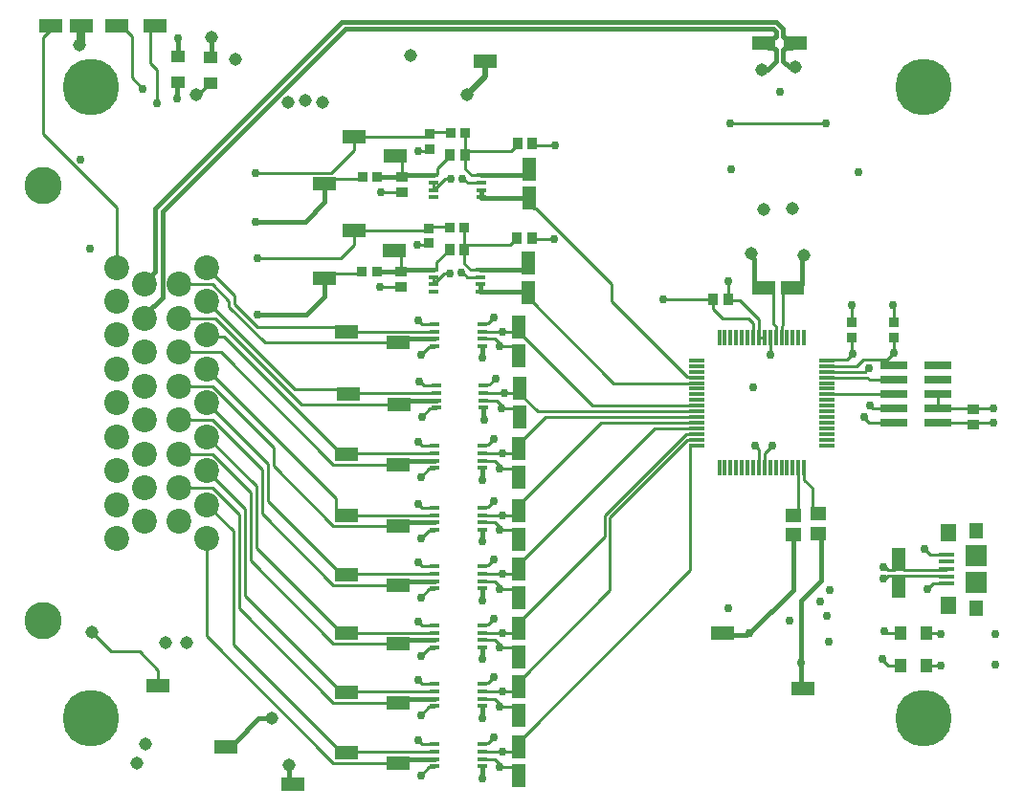
<source format=gtl>
G04*
G04 #@! TF.GenerationSoftware,Altium Limited,Altium Designer,19.0.12 (326)*
G04*
G04 Layer_Physical_Order=1*
G04 Layer_Color=255*
%FSLAX25Y25*%
%MOIN*%
G70*
G01*
G75*
%ADD15C,0.01000*%
%ADD16R,0.03543X0.03937*%
%ADD17R,0.08071X0.04528*%
%ADD18R,0.05118X0.04331*%
%ADD19R,0.04331X0.05118*%
%ADD20R,0.03937X0.03543*%
%ADD21R,0.03740X0.03347*%
%ADD22R,0.01181X0.05315*%
%ADD23R,0.05315X0.01181*%
%ADD24R,0.04528X0.08071*%
%ADD25R,0.05315X0.04528*%
%ADD26R,0.03500X0.01654*%
%ADD27R,0.07480X0.07480*%
%ADD28R,0.05118X0.05709*%
%ADD29R,0.05512X0.06299*%
%ADD30R,0.05315X0.01575*%
%ADD31R,0.03347X0.03740*%
%ADD54R,0.09449X0.02992*%
%ADD55C,0.01500*%
%ADD56C,0.02000*%
%ADD57C,0.03000*%
%ADD58C,0.19685*%
%ADD59C,0.08661*%
%ADD60C,0.12992*%
%ADD61C,0.03000*%
%ADD62C,0.04500*%
D15*
X121918Y232856D02*
X147202D01*
X337996Y133000D02*
X344500D01*
X337465Y132468D02*
X337996Y133000D01*
X337465Y137784D02*
X337760Y138079D01*
X344500D01*
X264686Y122469D02*
X267500Y125284D01*
X264686Y117409D02*
Y122469D01*
X262717Y117409D02*
Y123788D01*
X261510Y124996D02*
X262717Y123788D01*
X261510Y124996D02*
Y125193D01*
X204693Y139063D02*
X241064D01*
X182056Y176979D02*
X212099Y146937D01*
X182595Y209544D02*
X184359Y207780D01*
X210827Y74626D02*
Y100134D01*
X179000Y20027D02*
Y21799D01*
X238906Y81705D01*
Y125193D01*
X238997Y125284D01*
X241064D01*
X210827Y100134D02*
X237868Y127174D01*
X179000Y41027D02*
Y42799D01*
Y63299D02*
X209027Y93326D01*
Y100879D01*
X179000Y61527D02*
Y63299D01*
Y42799D02*
X210827Y74626D01*
X237868Y127174D02*
X240986D01*
X241064Y127252D01*
X209027Y100879D02*
X237291Y129142D01*
X240986D01*
X241064Y129220D01*
X226390Y131189D02*
X241064D01*
X179000Y83799D02*
X226390Y131189D01*
X173000Y80437D02*
X173469Y80906D01*
X207859Y133158D02*
X241064D01*
X179000Y82027D02*
Y83799D01*
Y102527D02*
Y104299D01*
X207859Y133158D01*
X173000Y100937D02*
X173469Y101406D01*
X179000Y125799D02*
X188327Y135126D01*
X173000Y122437D02*
X173469Y122906D01*
X188327Y135126D02*
X241064D01*
X179000Y124027D02*
Y125799D01*
X179500Y143256D02*
Y145027D01*
X185661Y137094D02*
X241064D01*
X179500Y143256D02*
X185661Y137094D01*
X179000Y164756D02*
Y166527D01*
Y164756D02*
X204693Y139063D01*
X182056Y176979D02*
Y178751D01*
X212099Y146937D02*
X241064D01*
X211426Y175425D02*
X237868Y148984D01*
X240986D01*
X211426Y175425D02*
Y181338D01*
X184359Y207780D02*
X184984D01*
X211426Y181338D01*
X240986Y148984D02*
X241064Y148906D01*
X182595Y209544D02*
Y211315D01*
X307359Y153996D02*
Y155287D01*
Y153996D02*
X308355Y153000D01*
X278465Y113252D02*
X281343Y110375D01*
Y103055D02*
Y110375D01*
Y103055D02*
X283106Y101291D01*
X283500D01*
X278465Y113252D02*
Y117409D01*
X274627Y100945D02*
X274733D01*
X276497Y102709D01*
Y117409D01*
X252666Y237516D02*
X286166D01*
X270591Y166842D02*
X270993Y167244D01*
Y178271D01*
X272757Y180035D01*
X274528D01*
X270591Y162685D02*
Y166842D01*
X267900Y167565D02*
X268623Y166842D01*
X267900Y167565D02*
Y178271D01*
X266136Y180035D02*
X267900Y178271D01*
X264365Y180035D02*
X266136D01*
X268623Y162685D02*
Y166842D01*
X53500Y41308D02*
Y46831D01*
X47000Y53331D02*
X53500Y46831D01*
X37169Y53331D02*
X47000D01*
X30500Y60000D02*
X37169Y53331D01*
X117335Y166421D02*
X119098Y164657D01*
X117327Y122157D02*
X119098D01*
X70496Y58622D02*
Y92756D01*
Y58622D02*
X114524Y14593D01*
X136907D01*
X137000Y14500D01*
X70496Y104567D02*
X79635Y95428D01*
X117327Y18157D02*
X119098D01*
X79635Y55849D02*
X117327Y18157D01*
X79635Y55849D02*
Y95428D01*
X60654Y110472D02*
X72271D01*
X81635Y68483D02*
Y101108D01*
Y68483D02*
X114524Y35593D01*
X136907D01*
X137000Y35500D01*
X72271Y110472D02*
X81635Y101108D01*
X83635Y72849D02*
Y103239D01*
X117327Y39157D02*
X119098D01*
X83635Y72849D02*
X117327Y39157D01*
X70496Y116378D02*
X83635Y103239D01*
X85635Y84983D02*
Y108919D01*
Y84983D02*
X114524Y56093D01*
X136907D01*
X60654Y122283D02*
X72271D01*
X70496Y128189D02*
X87635Y111050D01*
X119378Y59937D02*
X149809D01*
X119098Y59657D02*
X119378Y59937D01*
X136907Y56093D02*
X137000Y56000D01*
X72271Y122283D02*
X85635Y108919D01*
X87635Y89349D02*
Y111050D01*
X117327Y59657D02*
X119098D01*
X87635Y89349D02*
X117327Y59657D01*
X89635Y101483D02*
Y116730D01*
X72271Y134095D02*
X89635Y116730D01*
Y101483D02*
X114524Y76593D01*
X136907D01*
X137000Y76500D01*
X60654Y134095D02*
X72271D01*
X70496Y140000D02*
X91635Y118861D01*
Y105849D02*
X117327Y80157D01*
X91635Y105849D02*
Y118861D01*
X117327Y80157D02*
X119098D01*
X136907Y97093D02*
X137000Y97000D01*
X114524Y97093D02*
X136907D01*
X93635Y117983D02*
X114524Y97093D01*
X93635Y117983D02*
Y124541D01*
X72271Y145905D02*
X93635Y124541D01*
X60654Y145905D02*
X72271D01*
X115563Y102421D02*
Y106744D01*
X117327Y100657D02*
X119098D01*
X115563Y102421D02*
X117327Y100657D01*
X70496Y151811D02*
X115563Y106744D01*
X136907Y118593D02*
X137000Y118500D01*
X114524Y118593D02*
X136907D01*
X75401Y157717D02*
X114524Y118593D01*
X60654Y157717D02*
X75401D01*
X76327Y163157D02*
X117327Y122157D01*
X70961Y163157D02*
X76327D01*
X70496Y163622D02*
X70961Y163157D01*
X137407Y139593D02*
X137500Y139500D01*
X103507Y139593D02*
X137407D01*
X73573Y169528D02*
X103507Y139593D01*
X60654Y169528D02*
X73573D01*
X117835Y144921D02*
X119598Y143157D01*
X101008Y144921D02*
X117835D01*
X70496Y175433D02*
X101008Y144921D01*
X136907Y161093D02*
X137000Y161000D01*
X90610Y161093D02*
X136907D01*
X78229Y173474D02*
X90610Y161093D01*
X78229Y173474D02*
Y175380D01*
X72271Y181339D02*
X78229Y175380D01*
X60654Y181339D02*
X72271D01*
X70496Y187244D02*
X80229Y177511D01*
Y174303D02*
Y177511D01*
Y174303D02*
X88111Y166421D01*
X117335D01*
X124156Y218000D02*
X124777Y218621D01*
X113480Y218000D02*
X124156D01*
X113891Y220000D02*
X121918Y228027D01*
X111836Y216356D02*
X113480Y218000D01*
X87500Y220000D02*
X113891D01*
X117000Y190500D02*
X121671Y195171D01*
X88000Y190500D02*
X117000D01*
X149547Y214184D02*
Y216743D01*
X150550Y189029D02*
X154931Y193411D01*
X150550Y186773D02*
Y189029D01*
X154931Y193411D02*
Y193607D01*
X160395Y226562D02*
Y233963D01*
X160493Y226463D02*
Y226660D01*
X160395Y226562D02*
X160493Y226463D01*
X138336Y218621D02*
Y219302D01*
X131111Y213306D02*
X138336D01*
X184405Y229856D02*
X191769D01*
X183905Y230356D02*
X184405Y229856D01*
X178589Y230159D02*
Y230356D01*
X176362Y227932D02*
X178589Y230159D01*
X161765Y227932D02*
X176362D01*
X160493Y226660D02*
X161765Y227932D01*
X147396D02*
X147977Y228512D01*
X144132Y227932D02*
X147396D01*
X148751Y234404D02*
X154836D01*
X155277Y233963D01*
X147977Y233630D02*
X148751Y234404D01*
X147202Y232856D02*
X147977Y233630D01*
X155178Y226267D02*
Y226463D01*
X150797Y221885D02*
X155178Y226267D01*
X150797Y219629D02*
Y221885D01*
X150470Y219302D02*
X150797Y219629D01*
X149547Y219302D02*
X150470D01*
X153385Y218022D02*
X155277D01*
X162600Y219302D02*
X166125D01*
X160493Y221408D02*
X162600Y219302D01*
X160493Y221408D02*
Y226463D01*
X159900Y218215D02*
X161373Y216743D01*
X166125D01*
X136572Y226071D02*
X138336Y224307D01*
X136164Y226071D02*
X136572D01*
X138336Y219302D02*
Y224307D01*
X121918Y228027D02*
Y232856D01*
X150470Y219302D02*
X150797Y219629D01*
X159359Y218215D02*
X159900D01*
X184158Y197000D02*
X191522D01*
X183658Y197500D02*
X184158Y197000D01*
X178342Y197303D02*
Y197500D01*
X176115Y195076D02*
X178342Y197303D01*
X161518Y195076D02*
X176115D01*
X160246Y193804D02*
X161518Y195076D01*
X160246Y193607D02*
Y193804D01*
X150470Y219302D02*
X150797Y219629D01*
X149547Y214184D02*
X153385Y218022D01*
X111589Y183500D02*
X113353Y185264D01*
X124029D01*
X124530Y185765D01*
X121671Y195171D02*
Y200000D01*
X147730Y200774D02*
X148504Y201548D01*
X146955Y200000D02*
X147730Y200774D01*
X121671Y200000D02*
X146955D01*
X145586Y167496D02*
X149809D01*
X144145Y168936D02*
X145586Y167496D01*
X144000Y168936D02*
X144145D01*
X149482Y159492D02*
X149809Y159819D01*
X147732Y159492D02*
X149482D01*
X145000Y156759D02*
X147732Y159492D01*
X168379Y167815D02*
X170500Y169936D01*
X166707Y167815D02*
X168379D01*
X166388Y167496D02*
X166707Y167815D01*
X177486Y164937D02*
X178243Y165694D01*
X173469Y164937D02*
X177486D01*
X173000D02*
X173469D01*
X173000D02*
X173469Y165406D01*
X166388Y164937D02*
X173000D01*
X119378D02*
X149809D01*
X119098Y164657D02*
X119378Y164937D01*
X172551Y159705D02*
Y160696D01*
X170869Y162378D02*
X172551Y160696D01*
Y159705D02*
X177236D01*
X166388Y162378D02*
X170869D01*
X177236Y159705D02*
X179000Y157941D01*
X146086Y145996D02*
X150309D01*
X144645Y147436D02*
X146086Y145996D01*
X144500Y147436D02*
X144645D01*
X149982Y137992D02*
X150309Y138319D01*
X148232Y137992D02*
X149982D01*
X145500Y135259D02*
X148232Y137992D01*
X168879Y146315D02*
X171000Y148436D01*
X167207Y146315D02*
X168879D01*
X166888Y145996D02*
X167207Y146315D01*
X177986Y143437D02*
X178743Y144194D01*
X173969Y143437D02*
X177986D01*
X173500D02*
X173969D01*
X173500D02*
X173969Y143906D01*
X166888Y143437D02*
X173500D01*
X119878D02*
X150309D01*
X119598Y143157D02*
X119878Y143437D01*
X173051Y138205D02*
Y139196D01*
X171369Y140878D02*
X173051Y139196D01*
Y138205D02*
X177736D01*
X166888Y140878D02*
X171369D01*
X177736Y138205D02*
X179500Y136441D01*
X145586Y124996D02*
X149809D01*
X144145Y126436D02*
X145586Y124996D01*
X144000Y126436D02*
X144145D01*
X149482Y116992D02*
X149809Y117319D01*
X147732Y116992D02*
X149482D01*
X145000Y114259D02*
X147732Y116992D01*
X168379Y125315D02*
X170500Y127436D01*
X166707Y125315D02*
X168379D01*
X166388Y124996D02*
X166707Y125315D01*
X177486Y122437D02*
X178243Y123194D01*
X173469Y122437D02*
X177486D01*
X173000D02*
X173469D01*
X166388D02*
X173000D01*
X119378D02*
X149809D01*
X119098Y122157D02*
X119378Y122437D01*
X172551Y117205D02*
Y118196D01*
X170869Y119878D02*
X172551Y118196D01*
Y117205D02*
X177236D01*
X166388Y119878D02*
X170869D01*
X177236Y117205D02*
X179000Y115441D01*
X145586Y103496D02*
X149809D01*
X144145Y104936D02*
X145586Y103496D01*
X144000Y104936D02*
X144145D01*
X149482Y95492D02*
X149809Y95819D01*
X147732Y95492D02*
X149482D01*
X145000Y92759D02*
X147732Y95492D01*
X168379Y103815D02*
X170500Y105936D01*
X166707Y103815D02*
X168379D01*
X166388Y103496D02*
X166707Y103815D01*
X177486Y100937D02*
X178243Y101694D01*
X173469Y100937D02*
X177486D01*
X173000D02*
X173469D01*
X166388D02*
X173000D01*
X119378D02*
X149809D01*
X119098Y100657D02*
X119378Y100937D01*
X172551Y95705D02*
Y96696D01*
X170869Y98378D02*
X172551Y96696D01*
Y95705D02*
X177236D01*
X166388Y98378D02*
X170869D01*
X177236Y95705D02*
X179000Y93941D01*
X145586Y82996D02*
X149809D01*
X144145Y84436D02*
X145586Y82996D01*
X144000Y84436D02*
X144145D01*
X149482Y74992D02*
X149809Y75319D01*
X147732Y74992D02*
X149482D01*
X145000Y72259D02*
X147732Y74992D01*
X168379Y83315D02*
X170500Y85436D01*
X166707Y83315D02*
X168379D01*
X166388Y82996D02*
X166707Y83315D01*
X177486Y80437D02*
X178243Y81194D01*
X173469Y80437D02*
X177486D01*
X173000D02*
X173469D01*
X166388D02*
X173000D01*
X119378D02*
X149809D01*
X119098Y80157D02*
X119378Y80437D01*
X172551Y75205D02*
Y76196D01*
X170869Y77878D02*
X172551Y76196D01*
Y75205D02*
X177236D01*
X166388Y77878D02*
X170869D01*
X177236Y75205D02*
X179000Y73441D01*
X145586Y62496D02*
X149809D01*
X144145Y63936D02*
X145586Y62496D01*
X144000Y63936D02*
X144145D01*
X149482Y54492D02*
X149809Y54819D01*
X147732Y54492D02*
X149482D01*
X145000Y51759D02*
X147732Y54492D01*
X168379Y62815D02*
X170500Y64936D01*
X166707Y62815D02*
X168379D01*
X166388Y62496D02*
X166707Y62815D01*
X177486Y59937D02*
X178243Y60694D01*
X173469Y59937D02*
X177486D01*
X173000D02*
X173469D01*
X173000D02*
X173469Y60406D01*
X166388Y59937D02*
X173000D01*
X172551Y54705D02*
Y55696D01*
X170869Y57378D02*
X172551Y55696D01*
Y54705D02*
X177236D01*
X166388Y57378D02*
X170869D01*
X177236Y54705D02*
X179000Y52941D01*
X145586Y41996D02*
X149809D01*
X144145Y43436D02*
X145586Y41996D01*
X144000Y43436D02*
X144145D01*
X149482Y33992D02*
X149809Y34319D01*
X147732Y33992D02*
X149482D01*
X145000Y31259D02*
X147732Y33992D01*
X168379Y42315D02*
X170500Y44436D01*
X166707Y42315D02*
X168379D01*
X166388Y41996D02*
X166707Y42315D01*
X177486Y39437D02*
X178243Y40194D01*
X173469Y39437D02*
X177486D01*
X173000D02*
X173469D01*
X173000D02*
X173469Y39906D01*
X166388Y39437D02*
X173000D01*
X119378D02*
X149809D01*
X119098Y39157D02*
X119378Y39437D01*
X172551Y34205D02*
Y35196D01*
X170869Y36878D02*
X172551Y35196D01*
Y34205D02*
X177236D01*
X166388Y36878D02*
X170869D01*
X177236Y34205D02*
X179000Y32441D01*
X66791Y247500D02*
X67392D01*
X71365Y251472D01*
X71759D01*
X53000Y244500D02*
Y256192D01*
X50608Y258585D02*
X53000Y256192D01*
X50608Y258585D02*
Y269840D01*
X52268Y271500D01*
X13409Y267616D02*
X17294Y271500D01*
X13409Y233648D02*
Y267616D01*
Y233648D02*
X39000Y208058D01*
X40772Y271500D02*
X44394Y267878D01*
Y253339D02*
Y267878D01*
Y253339D02*
X48232Y249500D01*
X39000Y271500D02*
X40772D01*
X16000Y271500D02*
X17294D01*
X39000Y187244D02*
Y208058D01*
X322519Y87217D02*
X327969D01*
X320500Y89236D02*
X322519Y87217D01*
X325000Y138000D02*
Y143000D01*
Y138000D02*
X337248D01*
X337465Y137784D01*
X150470Y219302D02*
X150797Y219629D01*
X149300Y181328D02*
X153138Y185167D01*
X130864Y180450D02*
X138089D01*
X159112Y185359D02*
X159654D01*
X161126Y183887D01*
X165878D01*
X150223Y186446D02*
X150550Y186773D01*
X149300Y186446D02*
X150223D01*
X138089Y185765D02*
Y186446D01*
Y191452D01*
X153138Y185167D02*
X155030D01*
X119098Y18157D02*
X119378Y18437D01*
X149809D01*
X147149Y195076D02*
X147730Y195656D01*
X143885Y195076D02*
X147149D01*
X135917Y193215D02*
X136325D01*
X138089Y191452D01*
X148504Y201548D02*
X154589D01*
X155030Y201107D01*
X229500Y175997D02*
X246569D01*
X246607Y176035D01*
X251922D02*
Y182397D01*
X173000Y18437D02*
X173469Y18906D01*
X305606Y50541D02*
X307848Y48299D01*
X305606Y50541D02*
Y50791D01*
X307848Y48299D02*
X312000D01*
X306500Y60523D02*
Y60602D01*
Y60523D02*
X307324Y59699D01*
X312000D01*
X321055D02*
X325851D01*
X326000Y59551D01*
X321055Y48299D02*
X321333Y48577D01*
X326000D01*
X313850Y81802D02*
X321837D01*
X313850Y79802D02*
X322665D01*
X322682Y79819D02*
X324682D01*
X322665Y79802D02*
X322682Y79819D01*
X321853Y81819D02*
X324682D01*
X321837Y81802D02*
X321853Y81819D01*
X327697Y81827D02*
X327969Y82098D01*
X324690Y81827D02*
X327697D01*
X324682Y81819D02*
X324690Y81827D01*
X327697Y79811D02*
X327969Y79539D01*
X324690Y79811D02*
X327697D01*
X324682Y79819D02*
X324690Y79811D01*
X177486Y18437D02*
X178243Y19194D01*
X173469Y18437D02*
X177486D01*
X173000D02*
X173469D01*
X166388D02*
X173000D01*
X308355Y153000D02*
X312874D01*
X307359Y155287D02*
X309646Y157574D01*
X246607Y172892D02*
Y176035D01*
Y172892D02*
X250165Y169335D01*
X259165D01*
X260749Y167751D01*
Y162685D02*
Y167751D01*
X252122Y175835D02*
X255965D01*
X251922Y176035D02*
X252122Y175835D01*
X255965D02*
X262717Y169082D01*
Y162685D02*
Y169082D01*
Y162685D02*
X264686D01*
X336933Y133000D02*
X337465Y132468D01*
X325000Y133000D02*
X336933D01*
X309465Y174083D02*
X309646Y173902D01*
Y168047D02*
Y173902D01*
X295151Y174083D02*
X295151Y174083D01*
Y168047D02*
Y174083D01*
X286339Y154842D02*
X287873D01*
X309646Y157574D02*
Y162929D01*
X295151Y157219D02*
X295323Y157047D01*
X295151Y157219D02*
Y162929D01*
X168379Y21315D02*
X170500Y23436D01*
X166707Y21315D02*
X168379D01*
X166388Y20996D02*
X166707Y21315D01*
X149482Y12992D02*
X149809Y13319D01*
X147732Y12992D02*
X149482D01*
X145000Y10259D02*
X147732Y12992D01*
X145586Y20996D02*
X149809D01*
X144145Y22436D02*
X145586Y20996D01*
X144000Y22436D02*
X144145D01*
X172551Y13205D02*
Y14196D01*
X170869Y15878D02*
X172551Y14196D01*
Y13205D02*
X177236D01*
X166388Y15878D02*
X170869D01*
X177236Y13205D02*
X179000Y11441D01*
X321500Y75040D02*
X323441Y76980D01*
X327969D01*
X266654Y156878D02*
Y162685D01*
X286339Y150874D02*
X286371Y150906D01*
X286339Y148906D02*
X300465D01*
X301370Y148000D01*
X288497Y152905D02*
X296729D01*
X288434Y152842D02*
X288497Y152905D01*
X287873Y154842D02*
X288031Y155000D01*
X286339Y152842D02*
X288434D01*
X288031Y155000D02*
X293276D01*
X296729Y152905D02*
X299111Y155287D01*
X293276Y155000D02*
X295323Y157047D01*
X286371Y150906D02*
X299611D01*
X300753Y152047D01*
X301197D01*
X299111Y155287D02*
X307359D01*
X301370Y139047D02*
X301465D01*
X302512Y138000D01*
X309646D01*
X299323Y134874D02*
Y135047D01*
Y134874D02*
X301197Y133000D01*
X309646D01*
X286339Y143000D02*
X309646D01*
X301370Y148000D02*
X309646D01*
X160148Y193706D02*
X160246Y193607D01*
X160148Y193706D02*
Y201107D01*
X149300Y181328D02*
Y183887D01*
X162353Y186446D02*
X165878D01*
X160246Y188552D02*
X162353Y186446D01*
X160246Y188552D02*
Y193607D01*
X313264Y81840D02*
X313812D01*
X311500Y83604D02*
X313264Y81840D01*
X311500Y83604D02*
Y85376D01*
X309736Y81840D02*
X311500Y83604D01*
X313812Y81840D02*
X313850Y81802D01*
X309188Y81840D02*
X309736D01*
X306147Y82802D02*
X306688D01*
X307688Y81802D02*
X309150D01*
X306688Y82802D02*
X307688Y81802D01*
X309150D02*
X309188Y81840D01*
X313812Y79764D02*
X313850Y79802D01*
X313264Y79764D02*
X313812D01*
X311500Y78001D02*
X313264Y79764D01*
X309736D02*
X311500Y78001D01*
Y76229D02*
Y78001D01*
X309150Y79802D02*
X309188Y79764D01*
X307688Y79802D02*
X309150D01*
X309188Y79764D02*
X309736D01*
X306688Y78802D02*
X307688Y79802D01*
X306147Y78802D02*
X306688D01*
D16*
X246607Y176035D02*
D03*
X251922D02*
D03*
X154931Y193607D02*
D03*
X160246D02*
D03*
X178342Y197500D02*
D03*
X183658D02*
D03*
X178589Y230356D02*
D03*
X183905D02*
D03*
X155178Y226463D02*
D03*
X160493D02*
D03*
D17*
X274528Y180035D02*
D03*
X264365D02*
D03*
X26807Y271500D02*
D03*
X264463Y265443D02*
D03*
X275500D02*
D03*
X77000Y20134D02*
D03*
X53500Y41308D02*
D03*
X167500Y259138D02*
D03*
X100500Y7110D02*
D03*
X278000Y40500D02*
D03*
X250244Y59823D02*
D03*
X137000Y14500D02*
D03*
X119098Y18157D02*
D03*
X137000Y35500D02*
D03*
X119098Y39157D02*
D03*
X137000Y97000D02*
D03*
X119098Y100657D02*
D03*
X137000Y118500D02*
D03*
X119098Y122157D02*
D03*
X137000Y76500D02*
D03*
X119098Y80157D02*
D03*
X137000Y56000D02*
D03*
X119098Y59657D02*
D03*
X137500Y139500D02*
D03*
X119598Y143157D02*
D03*
X137000Y161000D02*
D03*
X119098Y164657D02*
D03*
X135917Y193215D02*
D03*
X136164Y226071D02*
D03*
X121671Y200000D02*
D03*
X121918Y232856D02*
D03*
X111317Y183500D02*
D03*
X111564Y216356D02*
D03*
X52268Y271500D02*
D03*
X16000D02*
D03*
X39000Y271500D02*
D03*
D18*
X71759Y260528D02*
D03*
Y251472D02*
D03*
X60358Y260720D02*
D03*
Y251665D02*
D03*
D19*
X321055Y59937D02*
D03*
X312000D02*
D03*
Y48299D02*
D03*
X321055D02*
D03*
D20*
X337465Y137784D02*
D03*
Y132468D02*
D03*
X138089Y180450D02*
D03*
Y185765D02*
D03*
X138336Y213306D02*
D03*
Y218621D02*
D03*
D21*
X309646Y168047D02*
D03*
Y162929D02*
D03*
X295151Y168047D02*
D03*
Y162929D02*
D03*
X147730Y200774D02*
D03*
Y195656D02*
D03*
X147977Y233630D02*
D03*
Y228512D02*
D03*
D22*
X278465Y162685D02*
D03*
X276497D02*
D03*
X274528D02*
D03*
X272560D02*
D03*
X270591D02*
D03*
X268623D02*
D03*
X266654D02*
D03*
X264686D02*
D03*
X262717D02*
D03*
X260749D02*
D03*
X258780D02*
D03*
X256812D02*
D03*
X254843D02*
D03*
X252875D02*
D03*
X250906D02*
D03*
X248938D02*
D03*
Y117409D02*
D03*
X250906D02*
D03*
X252875D02*
D03*
X254843D02*
D03*
X256812D02*
D03*
X258780D02*
D03*
X260749D02*
D03*
X262717D02*
D03*
X264686D02*
D03*
X266654D02*
D03*
X268623D02*
D03*
X270591D02*
D03*
X272560D02*
D03*
X274528D02*
D03*
X276497D02*
D03*
X278465D02*
D03*
D23*
X241064Y154811D02*
D03*
Y152842D02*
D03*
Y150874D02*
D03*
Y148906D02*
D03*
Y146937D02*
D03*
Y144968D02*
D03*
Y143000D02*
D03*
Y141032D02*
D03*
Y139063D02*
D03*
Y137094D02*
D03*
Y135126D02*
D03*
Y133158D02*
D03*
Y131189D02*
D03*
Y129220D02*
D03*
Y127252D02*
D03*
Y125284D02*
D03*
X286339D02*
D03*
Y127252D02*
D03*
Y129220D02*
D03*
Y131189D02*
D03*
Y133158D02*
D03*
Y135126D02*
D03*
Y137094D02*
D03*
Y139063D02*
D03*
Y141032D02*
D03*
Y143000D02*
D03*
Y144968D02*
D03*
Y146937D02*
D03*
Y148906D02*
D03*
Y150874D02*
D03*
Y152842D02*
D03*
Y154811D02*
D03*
D24*
X311500Y76229D02*
D03*
Y85376D02*
D03*
X179000Y20027D02*
D03*
X179000Y10027D02*
D03*
X179000Y41027D02*
D03*
X179000Y31027D02*
D03*
X179000Y102527D02*
D03*
X179000Y92527D02*
D03*
X179000Y124027D02*
D03*
X179000Y114027D02*
D03*
X179000Y82027D02*
D03*
X179000Y72027D02*
D03*
X179000Y61527D02*
D03*
X179000Y51527D02*
D03*
X179500Y145027D02*
D03*
X179500Y135027D02*
D03*
X179000Y166527D02*
D03*
X179000Y156527D02*
D03*
X182500Y188718D02*
D03*
X182747Y221574D02*
D03*
X182348Y178460D02*
D03*
X182595Y211315D02*
D03*
D25*
X283500Y94402D02*
D03*
Y101291D02*
D03*
X274627Y94055D02*
D03*
Y100945D02*
D03*
D26*
X166388Y159819D02*
D03*
Y162378D02*
D03*
Y164937D02*
D03*
Y167496D02*
D03*
X149809Y159819D02*
D03*
Y162378D02*
D03*
Y164937D02*
D03*
Y167496D02*
D03*
X166888Y138319D02*
D03*
Y140878D02*
D03*
Y143437D02*
D03*
Y145996D02*
D03*
X150309Y138319D02*
D03*
Y140878D02*
D03*
Y143437D02*
D03*
Y145996D02*
D03*
X166388Y117319D02*
D03*
Y119878D02*
D03*
Y122437D02*
D03*
Y124996D02*
D03*
X149809Y117319D02*
D03*
Y119878D02*
D03*
Y122437D02*
D03*
Y124996D02*
D03*
X166388Y95819D02*
D03*
Y98378D02*
D03*
Y100937D02*
D03*
Y103496D02*
D03*
X149809Y95819D02*
D03*
Y98378D02*
D03*
Y100937D02*
D03*
Y103496D02*
D03*
X166388Y75319D02*
D03*
Y77878D02*
D03*
Y80437D02*
D03*
Y82996D02*
D03*
X149809Y75319D02*
D03*
Y77878D02*
D03*
Y80437D02*
D03*
Y82996D02*
D03*
X166388Y54819D02*
D03*
Y57378D02*
D03*
Y59937D02*
D03*
Y62496D02*
D03*
X149809Y54819D02*
D03*
Y57378D02*
D03*
Y59937D02*
D03*
Y62496D02*
D03*
X166388Y34319D02*
D03*
Y36878D02*
D03*
Y39437D02*
D03*
Y41996D02*
D03*
X149809Y34319D02*
D03*
Y36878D02*
D03*
Y39437D02*
D03*
Y41996D02*
D03*
Y20996D02*
D03*
Y18437D02*
D03*
Y15878D02*
D03*
Y13319D02*
D03*
X166388Y20996D02*
D03*
Y18437D02*
D03*
Y15878D02*
D03*
Y13319D02*
D03*
X165878Y178769D02*
D03*
Y181328D02*
D03*
Y183887D02*
D03*
Y186446D02*
D03*
X149300Y178769D02*
D03*
Y181328D02*
D03*
Y183887D02*
D03*
Y186446D02*
D03*
X166125Y211625D02*
D03*
Y214184D02*
D03*
Y216743D02*
D03*
Y219302D02*
D03*
X149547Y211625D02*
D03*
Y214184D02*
D03*
Y216743D02*
D03*
Y219302D02*
D03*
D27*
X338500Y86823D02*
D03*
Y77374D02*
D03*
D28*
Y95583D02*
D03*
Y68614D02*
D03*
D29*
X328854Y94697D02*
D03*
Y69500D02*
D03*
D30*
X327969Y87217D02*
D03*
Y84658D02*
D03*
Y79539D02*
D03*
Y76980D02*
D03*
Y82098D02*
D03*
D31*
X124530Y185765D02*
D03*
X129648D02*
D03*
X155030Y201107D02*
D03*
X160148D02*
D03*
X155277Y233963D02*
D03*
X160395D02*
D03*
X129895Y218621D02*
D03*
X124777D02*
D03*
D54*
X309646Y153000D02*
D03*
X325000D02*
D03*
X309646Y148000D02*
D03*
X325000D02*
D03*
X309646Y143000D02*
D03*
X325000D02*
D03*
X309646Y138000D02*
D03*
X325000D02*
D03*
X309646Y133000D02*
D03*
X325000D02*
D03*
D55*
X277500Y41000D02*
X278000Y40500D01*
X277500Y41000D02*
Y49500D01*
X251040Y59028D02*
X258500D01*
X250244Y59823D02*
X251040Y59028D01*
X274627Y74949D02*
Y94055D01*
X259500Y59822D02*
X274627Y74949D01*
X284350Y78001D02*
Y93551D01*
X283500Y94402D02*
X284350Y93551D01*
X277500Y71150D02*
X284350Y78001D01*
X277500Y49500D02*
Y71150D01*
X273276Y257000D02*
X275500D01*
X271232Y259045D02*
X273276Y257000D01*
X271232Y259045D02*
Y263051D01*
X272110Y263930D01*
X267853D02*
X268731Y263051D01*
Y259183D02*
Y263051D01*
X267853Y270336D02*
X268731Y269457D01*
X54973Y206718D02*
X118590Y270336D01*
X268731Y267836D02*
Y269457D01*
X265977Y266957D02*
X267853D01*
X264463Y265443D02*
X265977Y266957D01*
X265732Y256183D02*
X268731Y259183D01*
X263701Y256183D02*
X265732D01*
X272110Y266957D02*
X273986D01*
X275500Y265443D01*
X273986Y263930D02*
X275500Y265443D01*
X271232Y267836D02*
X272110Y266957D01*
X271232Y267836D02*
Y270493D01*
X272110Y263930D02*
X273986D01*
X268888Y272836D02*
X271232Y270493D01*
X117555Y272836D02*
X268888D01*
X52473Y207754D02*
X117555Y272836D01*
X52473Y185772D02*
Y207754D01*
X48842Y182142D02*
X52473Y185772D01*
X48842Y181339D02*
Y182142D01*
X267853Y266957D02*
X268731Y267836D01*
X118590Y270336D02*
X267853D01*
X264463Y265443D02*
X265977Y263930D01*
X267853D01*
X54973Y176905D02*
Y206718D01*
X48842Y170775D02*
X54973Y176905D01*
X48842Y169528D02*
Y170775D01*
X278465Y190558D02*
Y191370D01*
X277814Y189907D02*
X278465Y190558D01*
X277814Y181548D02*
Y189907D01*
X276300Y180035D02*
X277814Y181548D01*
X274528Y180035D02*
X276300D01*
X260000Y191188D02*
Y192000D01*
Y191188D02*
X261079Y190109D01*
Y181548D02*
Y190109D01*
Y181548D02*
X262593Y180035D01*
X264365D01*
X84393Y26105D02*
X88500Y30212D01*
X84393Y25755D02*
Y26105D01*
X78772Y20134D02*
X84393Y25755D01*
X77000Y20134D02*
X78772D01*
X88500Y30212D02*
X93000D01*
X99000Y8610D02*
X100500Y7110D01*
X99000Y8610D02*
Y13713D01*
X87500Y203107D02*
X104698D01*
X111564Y209974D01*
Y216356D01*
X88000Y170775D02*
X104974D01*
X111317Y177118D01*
Y183500D01*
X138336Y218621D02*
X139017Y219302D01*
X129895Y218621D02*
X138336D01*
X139017Y219302D02*
X149547D01*
X166125Y211625D02*
Y214131D01*
X182747Y220816D02*
Y221574D01*
X181233Y219302D02*
X182747Y220816D01*
X166125Y219302D02*
X181233D01*
X182303Y211607D02*
X182595Y211315D01*
X166143Y211607D02*
X182303D01*
X166125Y211625D02*
X166143Y211607D01*
X166125Y214131D02*
X166152Y214157D01*
X165896Y178751D02*
X182056D01*
X165878Y178769D02*
X165896Y178751D01*
X182500Y187960D02*
Y188718D01*
X180986Y186446D02*
X182500Y187960D01*
X165878Y186446D02*
X180986D01*
X166388Y155876D02*
X166551Y155712D01*
X166388Y155876D02*
Y159819D01*
X137083Y162378D02*
X149809D01*
X137000Y162295D02*
X137083Y162378D01*
X166888Y134376D02*
X167051Y134212D01*
X166888Y134376D02*
Y138319D01*
X137583Y140878D02*
X150309D01*
X137500Y140795D02*
X137583Y140878D01*
X166388Y113376D02*
X166551Y113212D01*
X166388Y113376D02*
Y117319D01*
X137083Y119878D02*
X149809D01*
X137000Y119795D02*
X137083Y119878D01*
X166388Y91876D02*
X166551Y91712D01*
X166388Y91876D02*
Y95819D01*
X137083Y98378D02*
X149809D01*
X137000Y98295D02*
X137083Y98378D01*
X166388Y71376D02*
X166551Y71212D01*
X166388Y71376D02*
Y75319D01*
X137083Y77878D02*
X149809D01*
X137000Y77795D02*
X137083Y77878D01*
X166388Y50876D02*
X166551Y50712D01*
X166388Y50876D02*
Y54819D01*
X137083Y57378D02*
X149809D01*
X137000Y57295D02*
X137083Y57378D01*
X166388Y30376D02*
X166551Y30212D01*
X166388Y30376D02*
Y34319D01*
X137083Y36878D02*
X149809D01*
X137000Y36795D02*
X137083Y36878D01*
X72000Y260769D02*
Y267500D01*
X71759Y260528D02*
X72000Y260769D01*
X60435Y260797D02*
Y267051D01*
X60358Y260720D02*
X60435Y260797D01*
X60031Y246193D02*
Y251183D01*
X60435Y251588D01*
X60358Y251665D02*
X60435Y251588D01*
X165878Y181275D02*
X165905Y181301D01*
X165878Y178769D02*
Y181275D01*
X166388Y9376D02*
X166551Y9212D01*
X166388Y9376D02*
Y13319D01*
X137083Y15878D02*
X149809D01*
X137000Y15795D02*
X137083Y15878D01*
X138089Y185765D02*
X138770Y186446D01*
X129648Y185765D02*
X138089D01*
X138770Y186446D02*
X149300D01*
D56*
X167500Y253734D02*
Y259138D01*
X161110Y247344D02*
X167500Y253734D01*
D57*
X26000Y264921D02*
X26287Y265208D01*
Y270980D01*
X26807Y271500D01*
X47759Y135178D02*
X48842Y134095D01*
X47759Y123367D02*
X48842Y122283D01*
X47759Y111556D02*
X48842Y110472D01*
D58*
X30000Y30000D02*
D03*
Y250000D02*
D03*
X320000Y30000D02*
D03*
Y250000D02*
D03*
D59*
X48842Y169528D02*
D03*
Y181339D02*
D03*
Y98661D02*
D03*
X60654D02*
D03*
X39000Y187244D02*
D03*
Y175433D02*
D03*
Y163622D02*
D03*
Y151811D02*
D03*
Y140000D02*
D03*
Y128189D02*
D03*
Y116378D02*
D03*
Y104567D02*
D03*
Y92756D02*
D03*
X48842Y157717D02*
D03*
Y145905D02*
D03*
Y134095D02*
D03*
Y122283D02*
D03*
Y110472D02*
D03*
X60654Y181339D02*
D03*
Y169528D02*
D03*
Y157717D02*
D03*
Y145905D02*
D03*
Y134095D02*
D03*
Y122283D02*
D03*
Y110472D02*
D03*
X70496Y187244D02*
D03*
Y175433D02*
D03*
Y163622D02*
D03*
Y151811D02*
D03*
Y140000D02*
D03*
Y128189D02*
D03*
Y116378D02*
D03*
Y104567D02*
D03*
Y92756D02*
D03*
D60*
X13409Y64213D02*
D03*
Y215787D02*
D03*
D61*
X29760Y193722D02*
D03*
X344500Y133000D02*
D03*
Y138079D02*
D03*
X267500Y125284D02*
D03*
X261510Y125193D02*
D03*
X309646Y157574D02*
D03*
X277500Y49500D02*
D03*
X297500Y220500D02*
D03*
X253000Y221574D02*
D03*
X270000Y248500D02*
D03*
X87500Y220000D02*
D03*
Y203107D02*
D03*
X88000Y190500D02*
D03*
Y170775D02*
D03*
X155277Y218022D02*
D03*
X131111Y213306D02*
D03*
X191769Y229856D02*
D03*
X144132Y227932D02*
D03*
X191522Y197000D02*
D03*
X159359Y218215D02*
D03*
X144000Y168936D02*
D03*
X145000Y156759D02*
D03*
X170500Y169936D02*
D03*
X166551Y155712D02*
D03*
X173469Y164937D02*
D03*
X172551Y159705D02*
D03*
X144500Y147436D02*
D03*
X145500Y135259D02*
D03*
X171000Y148436D02*
D03*
X167051Y134212D02*
D03*
X173969Y143437D02*
D03*
X173051Y138205D02*
D03*
X144000Y126436D02*
D03*
X145000Y114259D02*
D03*
X170500Y127436D02*
D03*
X166551Y113212D02*
D03*
X173469Y122437D02*
D03*
X172551Y117205D02*
D03*
X144000Y104936D02*
D03*
X145000Y92759D02*
D03*
X170500Y105936D02*
D03*
X166551Y91712D02*
D03*
X173469Y100937D02*
D03*
X172551Y95705D02*
D03*
X144000Y84436D02*
D03*
X145000Y72259D02*
D03*
X170500Y85436D02*
D03*
X166551Y71212D02*
D03*
X173469Y80437D02*
D03*
X172551Y75205D02*
D03*
X144000Y63936D02*
D03*
X145000Y51759D02*
D03*
X170500Y64936D02*
D03*
X166551Y50712D02*
D03*
X173469Y59937D02*
D03*
X172551Y54705D02*
D03*
X144000Y43436D02*
D03*
X145000Y31259D02*
D03*
X170500Y44436D02*
D03*
X166551Y30212D02*
D03*
X173469Y39437D02*
D03*
X172551Y34205D02*
D03*
X60435Y267051D02*
D03*
X53000Y244500D02*
D03*
X251922Y68326D02*
D03*
X260749Y145535D02*
D03*
X26500Y224801D02*
D03*
X287041Y56645D02*
D03*
X273500Y64146D02*
D03*
X286500Y65823D02*
D03*
X287500Y74638D02*
D03*
X320500Y89236D02*
D03*
X130864Y180450D02*
D03*
X155030Y185167D02*
D03*
X60031Y246193D02*
D03*
X143885Y195076D02*
D03*
X229500Y175997D02*
D03*
X251922Y182397D02*
D03*
X305606Y50791D02*
D03*
X306500Y60602D02*
D03*
X326000Y59551D02*
D03*
Y48577D02*
D03*
X345000Y48626D02*
D03*
Y59500D02*
D03*
X259500Y59822D02*
D03*
X48232Y249500D02*
D03*
X173469Y18437D02*
D03*
X309465Y174083D02*
D03*
X295151D02*
D03*
X170500Y23436D02*
D03*
X145000Y10259D02*
D03*
X144000Y22436D02*
D03*
X166551Y9212D02*
D03*
X172551Y13205D02*
D03*
X321500Y75040D02*
D03*
X283961Y70890D02*
D03*
X266654Y156878D02*
D03*
X301197Y152047D02*
D03*
X301370Y139047D02*
D03*
X295323Y157047D02*
D03*
X299323Y135047D02*
D03*
X159112Y185359D02*
D03*
X306147Y82802D02*
D03*
Y78802D02*
D03*
X252666Y237516D02*
D03*
X286166D02*
D03*
D62*
X263701Y256183D02*
D03*
X275500Y257000D02*
D03*
X264292Y207500D02*
D03*
X274473Y207627D02*
D03*
X278465Y191370D02*
D03*
X260000Y192000D02*
D03*
X161110Y247344D02*
D03*
X30500Y60000D02*
D03*
X99000Y13713D02*
D03*
X93000Y30212D02*
D03*
X46000Y14500D02*
D03*
X49000Y21094D02*
D03*
X56000Y56446D02*
D03*
X63500D02*
D03*
X141385Y261000D02*
D03*
X72000Y267500D02*
D03*
X80500Y259740D02*
D03*
X66791Y247500D02*
D03*
X26000Y264921D02*
D03*
X110778Y244866D02*
D03*
X104778Y245366D02*
D03*
X98778Y244866D02*
D03*
M02*

</source>
